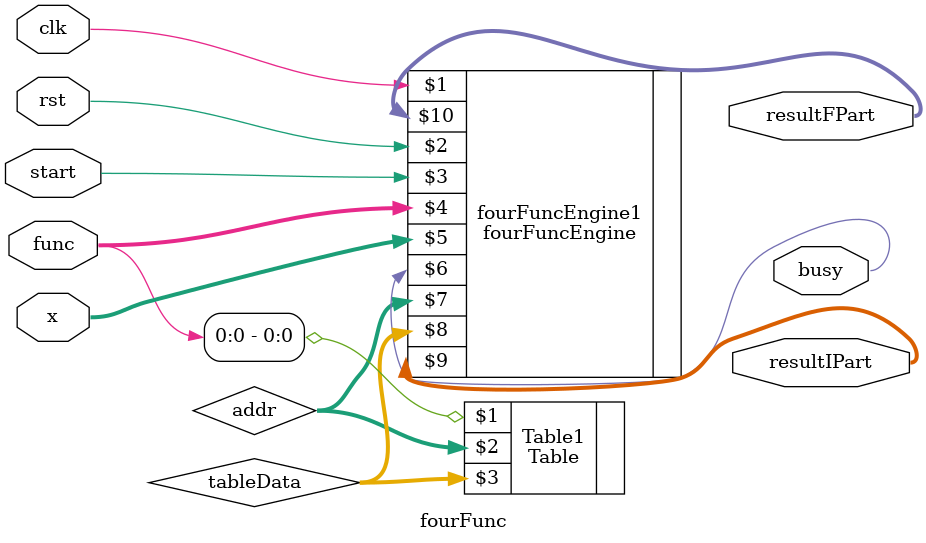
<source format=v>
`timescale 1 ns/ 100 ps



module fourFunc ( clk, rst, start, func, x, busy, resultIPart, resultFPart );
	
	parameter F_WIDTH = 8;
	parameter NUM_OF_TERMS = 8; 
	parameter CNT_WIDTH = 4;
	
	input	clk;
	input	rst;
	input	start;
	input [1:0] func;
	input  [F_WIDTH - 1:0] x;
	output 	busy;
	output [1:0 ] resultIPart;
	output [F_WIDTH - 1: 0 ]resultFPart;

	wire [CNT_WIDTH - 1:0] addr;
	wire  [F_WIDTH - 1: 0 ] tableData;

	
	
	fourFuncEngine #( F_WIDTH, NUM_OF_TERMS, CNT_WIDTH )
				fourFuncEngine1( clk, rst, start,func, x, busy, addr, tableData, resultIPart, resultFPart );
				
	Table	#( CNT_WIDTH, F_WIDTH )
			Table1( func[0],addr, tableData );
					
endmodule
	 
</source>
